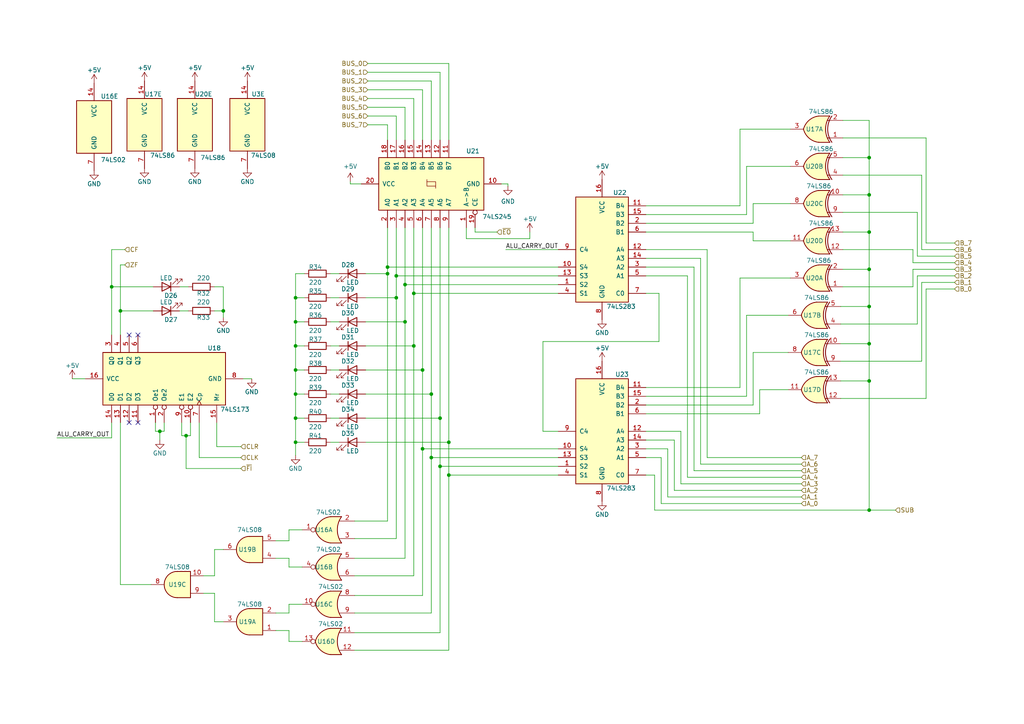
<source format=kicad_sch>
(kicad_sch (version 20230121) (generator eeschema)
  (paper "A4")
  (lib_symbols
    (symbol "74xx:74LS02" (pin_names (offset 1.016))
      (property "Reference" "U" (at 0 1.27 0))
      (property "Value" "74LS02" (at 0 -1.27 0))
      (symbol "74LS02_1_1"
        (pin output inverted (at 7.62 0 180) (length 3.81) (name "~") (number "1"))
        (pin input line (at -7.62 2.54 0) (length 4.318) (name "~") (number "2"))
        (pin input line (at -7.62 -2.54 0) (length 4.318) (name "~") (number "3"))
      )
      (symbol "74LS02_1_2"
        (pin output line (at 7.62 0 180) (length 3.81) (name "~") (number "1"))
        (pin input inverted (at -7.62 2.54 0) (length 3.81) (name "~") (number "2"))
        (pin input inverted (at -7.62 -2.54 0) (length 3.81) (name "~") (number "3"))
      )
      (symbol "74LS02_2_1"
        (pin output inverted (at 7.62 0 180) (length 3.81) (name "~") (number "4"))
        (pin input line (at -7.62 2.54 0) (length 4.318) (name "~") (number "5"))
        (pin input line (at -7.62 -2.54 0) (length 4.318) (name "~") (number "6"))
      )
      (symbol "74LS02_2_2"
        (pin output line (at 7.62 0 180) (length 3.81) (name "~") (number "4"))
        (pin input inverted (at -7.62 2.54 0) (length 3.81) (name "~") (number "5"))
        (pin input inverted (at -7.62 -2.54 0) (length 3.81) (name "~") (number "6"))
      )
      (symbol "74LS02_3_1"
        (pin output inverted (at 7.62 0 180) (length 3.81) (name "~") (number "10"))
        (pin input line (at -7.62 2.54 0) (length 4.318) (name "~") (number "8"))
        (pin input line (at -7.62 -2.54 0) (length 4.318) (name "~") (number "9"))
      )
      (symbol "74LS02_3_2"
        (pin output line (at 7.62 0 180) (length 3.81) (name "~") (number "10"))
        (pin input inverted (at -7.62 2.54 0) (length 3.81) (name "~") (number "8"))
        (pin input inverted (at -7.62 -2.54 0) (length 3.81) (name "~") (number "9"))
      )
      (symbol "74LS02_4_1"
        (pin input line (at -7.62 2.54 0) (length 4.318) (name "~") (number "11"))
        (pin input line (at -7.62 -2.54 0) (length 4.318) (name "~") (number "12"))
        (pin output inverted (at 7.62 0 180) (length 3.81) (name "~") (number "13"))
      )
      (symbol "74LS02_4_2"
        (pin input inverted (at -7.62 2.54 0) (length 3.81) (name "~") (number "11"))
        (pin input inverted (at -7.62 -2.54 0) (length 3.81) (name "~") (number "12"))
        (pin output line (at 7.62 0 180) (length 3.81) (name "~") (number "13"))
      )
      (symbol "74LS02_5_0"
        (pin power_in line (at 0 12.7 270) (length 5.08) (name "VCC") (number "14"))
        (pin power_in line (at 0 -12.7 90) (length 5.08) (name "GND") (number "7"))
      )
    )
    (symbol "74xx:74LS08" (pin_names (offset 1.016))
      (property "Reference" "U" (at 0 1.27 0))
      (property "Value" "74LS08" (at 0 -1.27 0))
      (symbol "74LS08_1_1"
        (pin input line (at -7.62 2.54 0) (length 3.81) (name "~") (number "1"))
        (pin input line (at -7.62 -2.54 0) (length 3.81) (name "~") (number "2"))
        (pin output line (at 7.62 0 180) (length 3.81) (name "~") (number "3"))
      )
      (symbol "74LS08_1_2"
        (pin input inverted (at -7.62 2.54 0) (length 4.318) (name "~") (number "1"))
        (pin input inverted (at -7.62 -2.54 0) (length 4.318) (name "~") (number "2"))
        (pin output inverted (at 7.62 0 180) (length 3.81) (name "~") (number "3"))
      )
      (symbol "74LS08_2_1"
        (pin input line (at -7.62 2.54 0) (length 3.81) (name "~") (number "4"))
        (pin input line (at -7.62 -2.54 0) (length 3.81) (name "~") (number "5"))
        (pin output line (at 7.62 0 180) (length 3.81) (name "~") (number "6"))
      )
      (symbol "74LS08_2_2"
        (pin input inverted (at -7.62 2.54 0) (length 4.318) (name "~") (number "4"))
        (pin input inverted (at -7.62 -2.54 0) (length 4.318) (name "~") (number "5"))
        (pin output inverted (at 7.62 0 180) (length 3.81) (name "~") (number "6"))
      )
      (symbol "74LS08_3_1"
        (pin input line (at -7.62 -2.54 0) (length 3.81) (name "~") (number "10"))
        (pin output line (at 7.62 0 180) (length 3.81) (name "~") (number "8"))
        (pin input line (at -7.62 2.54 0) (length 3.81) (name "~") (number "9"))
      )
      (symbol "74LS08_3_2"
        (pin input inverted (at -7.62 -2.54 0) (length 4.318) (name "~") (number "10"))
        (pin output inverted (at 7.62 0 180) (length 3.81) (name "~") (number "8"))
        (pin input inverted (at -7.62 2.54 0) (length 4.318) (name "~") (number "9"))
      )
      (symbol "74LS08_4_1"
        (pin output line (at 7.62 0 180) (length 3.81) (name "~") (number "11"))
        (pin input line (at -7.62 2.54 0) (length 3.81) (name "~") (number "12"))
        (pin input line (at -7.62 -2.54 0) (length 3.81) (name "~") (number "13"))
      )
      (symbol "74LS08_4_2"
        (pin output inverted (at 7.62 0 180) (length 3.81) (name "~") (number "11"))
        (pin input inverted (at -7.62 2.54 0) (length 4.318) (name "~") (number "12"))
        (pin input inverted (at -7.62 -2.54 0) (length 4.318) (name "~") (number "13"))
      )
      (symbol "74LS08_5_0"
        (pin power_in line (at 0 12.7 270) (length 5.08) (name "VCC") (number "14"))
        (pin power_in line (at 0 -12.7 90) (length 5.08) (name "GND") (number "7"))
      )
    )
    (symbol "74xx:74LS173" (pin_names (offset 1.016))
      (property "Reference" "U" (at -7.62 19.05 0))
      (property "Value" "74LS173" (at -7.62 -19.05 0))
      (symbol "74LS173_1_0"
        (pin input inverted (at -12.7 2.54 0) (length 5.08) (name "Oe1") (number "1"))
        (pin input inverted (at -12.7 -7.62 0) (length 5.08) (name "E2") (number "10"))
        (pin input line (at -12.7 7.62 0) (length 5.08) (name "D3") (number "11"))
        (pin input line (at -12.7 10.16 0) (length 5.08) (name "D2") (number "12"))
        (pin input line (at -12.7 12.7 0) (length 5.08) (name "D1") (number "13"))
        (pin input line (at -12.7 15.24 0) (length 5.08) (name "D0") (number "14"))
        (pin input line (at -12.7 -15.24 0) (length 5.08) (name "Mr") (number "15"))
        (pin power_in line (at 0 22.86 270) (length 5.08) (name "VCC") (number "16"))
        (pin input inverted (at -12.7 0 0) (length 5.08) (name "Oe2") (number "2"))
        (pin tri_state line (at 12.7 15.24 180) (length 5.08) (name "Q0") (number "3"))
        (pin tri_state line (at 12.7 12.7 180) (length 5.08) (name "Q1") (number "4"))
        (pin tri_state line (at 12.7 10.16 180) (length 5.08) (name "Q2") (number "5"))
        (pin tri_state line (at 12.7 7.62 180) (length 5.08) (name "Q3") (number "6"))
        (pin input clock (at -12.7 -10.16 0) (length 5.08) (name "Cp") (number "7"))
        (pin power_in line (at 0 -22.86 90) (length 5.08) (name "GND") (number "8"))
        (pin input inverted (at -12.7 -5.08 0) (length 5.08) (name "E1") (number "9"))
      )
    )
    (symbol "74xx:74LS245" (pin_names (offset 1.016))
      (property "Reference" "U" (at -7.62 16.51 0))
      (property "Value" "74LS245" (at -7.62 -16.51 0))
      (symbol "74LS245_1_0"
        (pin input line (at -12.7 -10.16 0) (length 5.08) (name "A->B") (number "1"))
        (pin power_in line (at 0 -20.32 90) (length 5.08) (name "GND") (number "10"))
        (pin tri_state line (at 12.7 -5.08 180) (length 5.08) (name "B7") (number "11"))
        (pin tri_state line (at 12.7 -2.54 180) (length 5.08) (name "B6") (number "12"))
        (pin tri_state line (at 12.7 0 180) (length 5.08) (name "B5") (number "13"))
        (pin tri_state line (at 12.7 2.54 180) (length 5.08) (name "B4") (number "14"))
        (pin tri_state line (at 12.7 5.08 180) (length 5.08) (name "B3") (number "15"))
        (pin tri_state line (at 12.7 7.62 180) (length 5.08) (name "B2") (number "16"))
        (pin tri_state line (at 12.7 10.16 180) (length 5.08) (name "B1") (number "17"))
        (pin tri_state line (at 12.7 12.7 180) (length 5.08) (name "B0") (number "18"))
        (pin input inverted (at -12.7 -12.7 0) (length 5.08) (name "CE") (number "19"))
        (pin tri_state line (at -12.7 12.7 0) (length 5.08) (name "A0") (number "2"))
        (pin power_in line (at 0 20.32 270) (length 5.08) (name "VCC") (number "20"))
        (pin tri_state line (at -12.7 10.16 0) (length 5.08) (name "A1") (number "3"))
        (pin tri_state line (at -12.7 7.62 0) (length 5.08) (name "A2") (number "4"))
        (pin tri_state line (at -12.7 5.08 0) (length 5.08) (name "A3") (number "5"))
        (pin tri_state line (at -12.7 2.54 0) (length 5.08) (name "A4") (number "6"))
        (pin tri_state line (at -12.7 0 0) (length 5.08) (name "A5") (number "7"))
        (pin tri_state line (at -12.7 -2.54 0) (length 5.08) (name "A6") (number "8"))
        (pin tri_state line (at -12.7 -5.08 0) (length 5.08) (name "A7") (number "9"))
      )
    )
    (symbol "74xx:74LS283" (pin_names (offset 1.016))
      (property "Reference" "U?" (at 0.5206 20.955 0))
      (property "Value" "74LS283" (at 0.5206 18.415 0))
      (symbol "74LS283_1_0"
        (pin output line (at 12.7 10.16 180) (length 5.08) (name "S2") (number "1"))
        (pin output line (at 12.7 5.08 180) (length 5.08) (name "S4") (number "10"))
        (pin input line (at -12.7 -12.7 0) (length 5.08) (name "B4") (number "11"))
        (pin input line (at -12.7 0 0) (length 5.08) (name "A4") (number "12"))
        (pin output line (at 12.7 7.62 180) (length 5.08) (name "S3") (number "13"))
        (pin input line (at -12.7 2.54 0) (length 5.08) (name "A3") (number "14"))
        (pin input line (at -12.7 -10.16 0) (length 5.08) (name "B3") (number "15"))
        (pin power_in line (at 0 -20.32 90) (length 5.08) (name "VCC") (number "16"))
        (pin input line (at -12.7 -7.62 0) (length 5.08) (name "B2") (number "2"))
        (pin input line (at -12.7 5.08 0) (length 5.08) (name "A2") (number "3"))
        (pin output line (at 12.7 12.7 180) (length 5.08) (name "S1") (number "4"))
        (pin input line (at -12.7 7.62 0) (length 5.08) (name "A1") (number "5"))
        (pin input line (at -12.7 -5.08 0) (length 5.08) (name "B1") (number "6"))
        (pin input line (at -12.7 12.7 0) (length 5.08) (name "C0") (number "7"))
        (pin power_in line (at 0 20.32 270) (length 5.08) (name "GND") (number "8"))
        (pin output line (at 12.7 0 180) (length 5.08) (name "C4") (number "9"))
      )
    )
    (symbol "74xx:74LS86" (pin_names (offset 1.016))
      (property "Reference" "U" (at 0 1.27 0))
      (property "Value" "74LS86" (at 0 -1.27 0))
      (symbol "74LS86_1_0"
        (pin input line (at -7.62 2.54 0) (length 4.445) (name "~") (number "1"))
        (pin input line (at -7.62 -2.54 0) (length 4.445) (name "~") (number "2"))
        (pin output line (at 7.62 0 180) (length 3.81) (name "~") (number "3"))
      )
      (symbol "74LS86_2_0"
        (pin input line (at -7.62 2.54 0) (length 4.445) (name "~") (number "4"))
        (pin input line (at -7.62 -2.54 0) (length 4.445) (name "~") (number "5"))
        (pin output line (at 7.62 0 180) (length 3.81) (name "~") (number "6"))
      )
      (symbol "74LS86_3_0"
        (pin input line (at -7.62 -2.54 0) (length 4.445) (name "~") (number "10"))
        (pin output line (at 7.62 0 180) (length 3.81) (name "~") (number "8"))
        (pin input line (at -7.62 2.54 0) (length 4.445) (name "~") (number "9"))
      )
      (symbol "74LS86_4_0"
        (pin output line (at 7.62 0 180) (length 3.81) (name "~") (number "11"))
        (pin input line (at -7.62 2.54 0) (length 4.445) (name "~") (number "12"))
        (pin input line (at -7.62 -2.54 0) (length 4.445) (name "~") (number "13"))
      )
      (symbol "74LS86_5_0"
        (pin power_in line (at 0 12.7 270) (length 5.08) (name "VCC") (number "14"))
        (pin power_in line (at 0 -12.7 90) (length 5.08) (name "GND") (number "7"))
      )
    )
    (symbol "Device:LED" (pin_numbers hide) (pin_names (offset 1.016) hide)
      (property "Reference" "D" (at 0 2.54 0))
      (property "Value" "LED" (at 0 -2.54 0))
      (symbol "LED_1_1"
        (pin passive line (at -3.81 0 0) (length 2.54) (name "K") (number "1"))
        (pin passive line (at 3.81 0 180) (length 2.54) (name "A") (number "2"))
      )
    )
    (symbol "Device:R" (pin_numbers hide) (pin_names (offset 0))
      (property "Reference" "R" (at 2.032 0 90))
      (property "Value" "R" (at 0 0 90))
      (symbol "R_1_1"
        (pin passive line (at 0 3.81 270) (length 1.27) (name "~") (number "1"))
        (pin passive line (at 0 -3.81 90) (length 1.27) (name "~") (number "2"))
      )
    )
    (symbol "power:+5V" (power) (pin_names (offset 0))
      (property "Value" "+5V" (at 0 3.556 0))
      (symbol "+5V_1_1"
        (pin power_in line (at 0 0 90) (length 0) hide (name "+5V") (number "1"))
      )
    )
    (symbol "power:GND" (power) (pin_names (offset 0))
      (property "Value" "GND" (at 0 -3.81 0))
      (symbol "GND_1_1"
        (pin power_in line (at 0 0 270) (length 0) hide (name "GND") (number "1"))
      )
    )
  )
  (junction (at 46.355 125.095))
  (junction (at 125.095 132.715))
  (junction (at 130.175 128.27))
  (junction (at 117.475 93.345))
  (junction (at 85.725 121.285))
  (junction (at 127.635 135.255))
  (junction (at 125.095 114.3))
  (junction (at 252.095 147.955))
  (junction (at 32.385 83.185))
  (junction (at 252.095 56.515))
  (junction (at 130.175 137.795))
  (junction (at 252.095 88.9))
  (junction (at 85.725 114.3))
  (junction (at 112.395 79.375))
  (junction (at 122.555 107.315))
  (junction (at 85.725 128.27))
  (junction (at 64.77 90.17))
  (junction (at 127.635 121.285))
  (junction (at 252.095 110.49))
  (junction (at 252.095 78.105))
  (junction (at 53.975 126.365))
  (junction (at 122.555 130.175))
  (junction (at 117.475 82.55))
  (junction (at 112.395 77.47))
  (junction (at 114.935 80.01))
  (junction (at 85.725 93.345))
  (junction (at 85.725 86.36))
  (junction (at 252.095 45.72))
  (junction (at 85.725 100.33))
  (junction (at 252.095 99.695))
  (junction (at 252.095 67.31))
  (junction (at 85.725 107.315))
  (junction (at 120.015 85.09))
  (junction (at 114.935 86.36))
  (junction (at 34.925 90.17))
  (junction (at 120.015 100.33))
  (no_connect (at 40.005 122.555))
  (no_connect (at 40.005 97.155))
  (no_connect (at 37.465 97.155))
  (no_connect (at 37.465 122.555))
  (wire (pts (xy 62.865 122.555) (xy 62.865 129.54)))
  (wire (pts (xy 252.095 56.515) (xy 252.095 45.72)))
  (wire (pts (xy 220.345 113.03) (xy 220.345 120.015)))
  (wire (pts (xy 62.865 129.54) (xy 69.85 129.54)))
  (wire (pts (xy 52.07 83.185) (xy 54.61 83.185)))
  (wire (pts (xy 64.77 92.075) (xy 64.77 90.17)))
  (wire (pts (xy 98.425 93.345) (xy 95.885 93.345)))
  (wire (pts (xy 102.87 188.595) (xy 130.175 188.595)))
  (wire (pts (xy 85.725 93.345) (xy 85.725 100.33)))
  (wire (pts (xy 267.335 104.775) (xy 267.335 81.915)))
  (wire (pts (xy 244.475 45.72) (xy 252.095 45.72)))
  (wire (pts (xy 112.395 36.195) (xy 112.395 40.64)))
  (wire (pts (xy 98.425 86.36) (xy 95.885 86.36)))
  (wire (pts (xy 266.065 74.295) (xy 276.86 74.295)))
  (wire (pts (xy 216.535 48.26) (xy 216.535 62.23)))
  (wire (pts (xy 85.725 93.345) (xy 88.265 93.345)))
  (wire (pts (xy 191.77 146.05) (xy 191.77 132.715)))
  (wire (pts (xy 193.675 130.175) (xy 193.675 144.145)))
  (wire (pts (xy 98.425 128.27) (xy 95.885 128.27)))
  (wire (pts (xy 122.555 172.72) (xy 122.555 130.175)))
  (wire (pts (xy 125.095 23.495) (xy 125.095 40.64)))
  (wire (pts (xy 88.265 79.375) (xy 85.725 79.375)))
  (wire (pts (xy 243.84 104.775) (xy 267.335 104.775)))
  (wire (pts (xy 243.84 88.9) (xy 252.095 88.9)))
  (wire (pts (xy 101.6 53.34) (xy 104.775 53.34)))
  (wire (pts (xy 112.395 77.47) (xy 112.395 66.04)))
  (wire (pts (xy 85.725 100.33) (xy 85.725 107.315)))
  (wire (pts (xy 191.135 85.09) (xy 187.325 85.09)))
  (wire (pts (xy 120.015 167.005) (xy 120.015 100.33)))
  (wire (pts (xy 83.82 177.8) (xy 80.01 177.8)))
  (wire (pts (xy 85.725 132.08) (xy 85.725 128.27)))
  (wire (pts (xy 112.395 151.13) (xy 112.395 79.375)))
  (wire (pts (xy 120.015 28.575) (xy 120.015 40.64)))
  (wire (pts (xy 85.725 114.3) (xy 85.725 121.285)))
  (wire (pts (xy 127.635 121.285) (xy 127.635 135.255)))
  (wire (pts (xy 117.475 93.345) (xy 117.475 82.55)))
  (wire (pts (xy 199.39 80.01) (xy 187.325 80.01)))
  (wire (pts (xy 87.63 175.26) (xy 83.82 175.26)))
  (wire (pts (xy 64.77 83.185) (xy 62.23 83.185)))
  (wire (pts (xy 101.6 52.705) (xy 101.6 53.34)))
  (wire (pts (xy 191.77 132.715) (xy 187.325 132.715)))
  (wire (pts (xy 106.045 93.345) (xy 117.475 93.345)))
  (wire (pts (xy 117.475 31.115) (xy 117.475 40.64)))
  (wire (pts (xy 36.195 72.39) (xy 32.385 72.39)))
  (wire (pts (xy 59.055 167.005) (xy 62.23 167.005)))
  (wire (pts (xy 53.975 126.365) (xy 55.245 126.365)))
  (wire (pts (xy 218.44 64.77) (xy 218.44 59.055)))
  (wire (pts (xy 187.325 117.475) (xy 218.44 117.475)))
  (wire (pts (xy 264.795 83.185) (xy 264.795 78.105)))
  (wire (pts (xy 264.795 76.2) (xy 276.86 76.2)))
  (wire (pts (xy 244.475 83.185) (xy 264.795 83.185)))
  (wire (pts (xy 127.635 135.255) (xy 161.925 135.255)))
  (wire (pts (xy 252.095 67.31) (xy 252.095 56.515)))
  (wire (pts (xy 117.475 66.04) (xy 117.475 82.55)))
  (wire (pts (xy 214.63 80.645) (xy 229.235 80.645)))
  (wire (pts (xy 102.87 161.925) (xy 117.475 161.925)))
  (wire (pts (xy 112.395 79.375) (xy 112.395 77.47)))
  (wire (pts (xy 243.84 99.695) (xy 252.095 99.695)))
  (wire (pts (xy 130.175 188.595) (xy 130.175 137.795)))
  (wire (pts (xy 106.045 121.285) (xy 127.635 121.285)))
  (wire (pts (xy 228.6 113.03) (xy 220.345 113.03)))
  (wire (pts (xy 187.325 125.095) (xy 197.485 125.095)))
  (wire (pts (xy 87.63 186.055) (xy 83.82 186.055)))
  (wire (pts (xy 114.935 80.01) (xy 161.925 80.01)))
  (wire (pts (xy 98.425 114.3) (xy 95.885 114.3)))
  (wire (pts (xy 244.475 56.515) (xy 252.095 56.515)))
  (wire (pts (xy 98.425 121.285) (xy 95.885 121.285)))
  (wire (pts (xy 83.82 156.845) (xy 83.82 153.67)))
  (wire (pts (xy 85.725 121.285) (xy 85.725 128.27)))
  (wire (pts (xy 130.175 137.795) (xy 161.925 137.795)))
  (wire (pts (xy 267.335 50.8) (xy 267.335 72.39)))
  (wire (pts (xy 62.23 167.005) (xy 62.23 159.385)))
  (wire (pts (xy 62.23 180.34) (xy 62.23 172.085)))
  (wire (pts (xy 216.535 114.935) (xy 187.325 114.935)))
  (wire (pts (xy 147.32 53.34) (xy 147.32 53.975)))
  (wire (pts (xy 157.48 125.095) (xy 157.48 99.06)))
  (wire (pts (xy 187.325 112.395) (xy 214.63 112.395)))
  (wire (pts (xy 98.425 100.33) (xy 95.885 100.33)))
  (wire (pts (xy 157.48 99.06) (xy 191.135 99.06)))
  (wire (pts (xy 214.63 37.465) (xy 214.63 59.69)))
  (wire (pts (xy 125.095 132.715) (xy 161.925 132.715)))
  (wire (pts (xy 120.015 66.04) (xy 120.015 85.09)))
  (wire (pts (xy 52.705 126.365) (xy 53.975 126.365)))
  (wire (pts (xy 69.85 135.89) (xy 53.975 135.89)))
  (wire (pts (xy 203.2 74.93) (xy 203.2 134.62)))
  (wire (pts (xy 153.67 69.215) (xy 153.67 67.31)))
  (wire (pts (xy 64.77 90.17) (xy 64.77 83.185)))
  (wire (pts (xy 268.605 83.82) (xy 276.86 83.82)))
  (wire (pts (xy 205.105 132.715) (xy 205.105 72.39)))
  (wire (pts (xy 34.925 97.155) (xy 34.925 90.17)))
  (wire (pts (xy 36.195 76.835) (xy 34.925 76.835)))
  (wire (pts (xy 83.82 182.88) (xy 80.01 182.88)))
  (wire (pts (xy 161.925 125.095) (xy 157.48 125.095)))
  (wire (pts (xy 117.475 82.55) (xy 161.925 82.55)))
  (wire (pts (xy 232.41 132.715) (xy 205.105 132.715)))
  (wire (pts (xy 102.87 177.8) (xy 125.095 177.8)))
  (wire (pts (xy 45.085 122.555) (xy 45.085 125.095)))
  (wire (pts (xy 125.095 114.3) (xy 125.095 132.715)))
  (wire (pts (xy 232.41 138.43) (xy 199.39 138.43)))
  (wire (pts (xy 244.475 72.39) (xy 264.795 72.39)))
  (wire (pts (xy 252.095 78.105) (xy 252.095 67.31)))
  (wire (pts (xy 146.685 72.39) (xy 161.925 72.39)))
  (wire (pts (xy 83.82 186.055) (xy 83.82 182.88)))
  (wire (pts (xy 102.87 172.72) (xy 122.555 172.72)))
  (wire (pts (xy 20.955 109.855) (xy 24.765 109.855)))
  (wire (pts (xy 193.675 144.145) (xy 232.41 144.145)))
  (wire (pts (xy 252.095 88.9) (xy 252.095 78.105)))
  (wire (pts (xy 199.39 138.43) (xy 199.39 80.01)))
  (wire (pts (xy 187.325 137.795) (xy 189.865 137.795)))
  (wire (pts (xy 266.065 80.01) (xy 276.86 80.01)))
  (wire (pts (xy 34.925 169.545) (xy 43.815 169.545)))
  (wire (pts (xy 243.84 110.49) (xy 252.095 110.49)))
  (wire (pts (xy 122.555 107.315) (xy 122.555 130.175)))
  (wire (pts (xy 34.925 90.17) (xy 44.45 90.17)))
  (wire (pts (xy 214.63 112.395) (xy 214.63 80.645)))
  (wire (pts (xy 98.425 107.315) (xy 95.885 107.315)))
  (wire (pts (xy 83.82 164.465) (xy 83.82 161.925)))
  (wire (pts (xy 122.555 26.035) (xy 122.555 40.64)))
  (wire (pts (xy 106.045 86.36) (xy 114.935 86.36)))
  (wire (pts (xy 130.175 128.27) (xy 130.175 137.795)))
  (wire (pts (xy 69.85 132.715) (xy 57.785 132.715)))
  (wire (pts (xy 130.175 66.04) (xy 130.175 128.27)))
  (wire (pts (xy 83.82 175.26) (xy 83.82 177.8)))
  (wire (pts (xy 259.715 147.955) (xy 252.095 147.955)))
  (wire (pts (xy 62.23 159.385) (xy 64.77 159.385)))
  (wire (pts (xy 85.725 79.375) (xy 85.725 86.36)))
  (wire (pts (xy 218.44 69.85) (xy 218.44 67.31)))
  (wire (pts (xy 145.415 53.34) (xy 147.32 53.34)))
  (wire (pts (xy 120.015 100.33) (xy 120.015 85.09)))
  (wire (pts (xy 106.045 100.33) (xy 120.015 100.33)))
  (wire (pts (xy 47.625 125.095) (xy 47.625 122.555)))
  (wire (pts (xy 106.68 33.655) (xy 114.935 33.655)))
  (wire (pts (xy 267.335 72.39) (xy 276.86 72.39)))
  (wire (pts (xy 201.295 136.525) (xy 201.295 77.47)))
  (wire (pts (xy 127.635 66.04) (xy 127.635 121.285)))
  (wire (pts (xy 52.705 122.555) (xy 52.705 126.365)))
  (wire (pts (xy 85.725 121.285) (xy 88.265 121.285)))
  (wire (pts (xy 268.605 40.005) (xy 268.605 70.485)))
  (wire (pts (xy 125.095 66.04) (xy 125.095 114.3)))
  (wire (pts (xy 106.68 20.955) (xy 127.635 20.955)))
  (wire (pts (xy 218.44 59.055) (xy 229.235 59.055)))
  (wire (pts (xy 187.325 74.93) (xy 203.2 74.93)))
  (wire (pts (xy 252.095 45.72) (xy 252.095 34.925)))
  (wire (pts (xy 135.255 69.215) (xy 153.67 69.215)))
  (wire (pts (xy 218.44 67.31) (xy 187.325 67.31)))
  (wire (pts (xy 87.63 164.465) (xy 83.82 164.465)))
  (wire (pts (xy 264.795 78.105) (xy 276.86 78.105)))
  (wire (pts (xy 216.535 91.44) (xy 216.535 114.935)))
  (wire (pts (xy 102.87 183.515) (xy 127.635 183.515)))
  (wire (pts (xy 189.865 147.955) (xy 252.095 147.955)))
  (wire (pts (xy 102.87 151.13) (xy 112.395 151.13)))
  (wire (pts (xy 106.68 18.415) (xy 130.175 18.415)))
  (wire (pts (xy 197.485 125.095) (xy 197.485 140.335)))
  (wire (pts (xy 218.44 102.235) (xy 228.6 102.235)))
  (wire (pts (xy 62.23 90.17) (xy 64.77 90.17)))
  (wire (pts (xy 85.725 86.36) (xy 88.265 86.36)))
  (wire (pts (xy 106.68 36.195) (xy 112.395 36.195)))
  (wire (pts (xy 203.2 134.62) (xy 232.41 134.62)))
  (wire (pts (xy 98.425 79.375) (xy 95.885 79.375)))
  (wire (pts (xy 45.085 125.095) (xy 46.355 125.095)))
  (wire (pts (xy 214.63 59.69) (xy 187.325 59.69)))
  (wire (pts (xy 243.84 115.57) (xy 268.605 115.57)))
  (wire (pts (xy 252.095 34.925) (xy 244.475 34.925)))
  (wire (pts (xy 53.975 135.89) (xy 53.975 126.365)))
  (wire (pts (xy 106.045 128.27) (xy 130.175 128.27)))
  (wire (pts (xy 244.475 50.8) (xy 267.335 50.8)))
  (wire (pts (xy 232.41 142.24) (xy 195.58 142.24)))
  (wire (pts (xy 266.065 93.98) (xy 266.065 80.01)))
  (wire (pts (xy 88.265 100.33) (xy 85.725 100.33)))
  (wire (pts (xy 189.865 137.795) (xy 189.865 147.955)))
  (wire (pts (xy 106.68 31.115) (xy 117.475 31.115)))
  (wire (pts (xy 32.385 83.185) (xy 32.385 97.155)))
  (wire (pts (xy 114.935 66.04) (xy 114.935 80.01)))
  (wire (pts (xy 243.84 93.98) (xy 266.065 93.98)))
  (wire (pts (xy 197.485 140.335) (xy 232.41 140.335)))
  (wire (pts (xy 229.235 37.465) (xy 214.63 37.465)))
  (wire (pts (xy 228.6 91.44) (xy 216.535 91.44)))
  (wire (pts (xy 64.77 180.34) (xy 62.23 180.34)))
  (wire (pts (xy 80.01 156.845) (xy 83.82 156.845)))
  (wire (pts (xy 205.105 72.39) (xy 187.325 72.39)))
  (wire (pts (xy 114.935 86.36) (xy 114.935 80.01)))
  (wire (pts (xy 268.605 70.485) (xy 276.86 70.485)))
  (wire (pts (xy 244.475 40.005) (xy 268.605 40.005)))
  (wire (pts (xy 32.385 127) (xy 32.385 122.555)))
  (wire (pts (xy 62.23 172.085) (xy 59.055 172.085)))
  (wire (pts (xy 34.925 76.835) (xy 34.925 90.17)))
  (wire (pts (xy 57.785 132.715) (xy 57.785 122.555)))
  (wire (pts (xy 125.095 177.8) (xy 125.095 132.715)))
  (wire (pts (xy 106.045 79.375) (xy 112.395 79.375)))
  (wire (pts (xy 137.795 66.04) (xy 137.795 67.31)))
  (wire (pts (xy 229.235 48.26) (xy 216.535 48.26)))
  (wire (pts (xy 232.41 146.05) (xy 191.77 146.05)))
  (wire (pts (xy 216.535 62.23) (xy 187.325 62.23)))
  (wire (pts (xy 195.58 127.635) (xy 187.325 127.635)))
  (wire (pts (xy 127.635 20.955) (xy 127.635 40.64)))
  (wire (pts (xy 102.87 156.21) (xy 114.935 156.21)))
  (wire (pts (xy 252.095 110.49) (xy 252.095 99.695)))
  (wire (pts (xy 85.725 86.36) (xy 85.725 93.345)))
  (wire (pts (xy 46.355 125.095) (xy 47.625 125.095)))
  (wire (pts (xy 83.82 153.67) (xy 87.63 153.67)))
  (wire (pts (xy 85.725 107.315) (xy 85.725 114.3)))
  (wire (pts (xy 106.045 114.3) (xy 125.095 114.3)))
  (wire (pts (xy 195.58 142.24) (xy 195.58 127.635)))
  (wire (pts (xy 114.935 156.21) (xy 114.935 86.36)))
  (wire (pts (xy 252.095 147.955) (xy 252.095 110.49)))
  (wire (pts (xy 161.925 77.47) (xy 112.395 77.47)))
  (wire (pts (xy 187.325 64.77) (xy 218.44 64.77)))
  (wire (pts (xy 46.355 125.095) (xy 46.355 127.635)))
  (wire (pts (xy 201.295 77.47) (xy 187.325 77.47)))
  (wire (pts (xy 127.635 183.515) (xy 127.635 135.255)))
  (wire (pts (xy 52.07 90.17) (xy 54.61 90.17)))
  (wire (pts (xy 102.87 167.005) (xy 120.015 167.005)))
  (wire (pts (xy 83.82 161.925) (xy 80.01 161.925)))
  (wire (pts (xy 268.605 115.57) (xy 268.605 83.82)))
  (wire (pts (xy 137.795 67.31) (xy 144.145 67.31)))
  (wire (pts (xy 122.555 66.04) (xy 122.555 107.315)))
  (wire (pts (xy 135.255 66.04) (xy 135.255 69.215)))
  (wire (pts (xy 34.925 169.545) (xy 34.925 122.555)))
  (wire (pts (xy 117.475 161.925) (xy 117.475 93.345)))
  (wire (pts (xy 266.065 61.595) (xy 266.065 74.295)))
  (wire (pts (xy 191.135 99.06) (xy 191.135 85.09)))
  (wire (pts (xy 187.325 130.175) (xy 193.675 130.175)))
  (wire (pts (xy 44.45 83.185) (xy 32.385 83.185)))
  (wire (pts (xy 244.475 67.31) (xy 252.095 67.31)))
  (wire (pts (xy 106.045 107.315) (xy 122.555 107.315)))
  (wire (pts (xy 244.475 61.595) (xy 266.065 61.595)))
  (wire (pts (xy 232.41 136.525) (xy 201.295 136.525)))
  (wire (pts (xy 264.795 72.39) (xy 264.795 76.2)))
  (wire (pts (xy 32.385 72.39) (xy 32.385 83.185)))
  (wire (pts (xy 252.095 99.695) (xy 252.095 88.9)))
  (wire (pts (xy 85.725 107.315) (xy 88.265 107.315)))
  (wire (pts (xy 187.325 120.015) (xy 220.345 120.015)))
  (wire (pts (xy 106.68 26.035) (xy 122.555 26.035)))
  (wire (pts (xy 229.235 69.85) (xy 218.44 69.85)))
  (wire (pts (xy 130.175 18.415) (xy 130.175 40.64)))
  (wire (pts (xy 106.68 28.575) (xy 120.015 28.575)))
  (wire (pts (xy 73.025 109.855) (xy 70.485 109.855)))
  (wire (pts (xy 120.015 85.09) (xy 161.925 85.09)))
  (wire (pts (xy 85.725 128.27) (xy 88.265 128.27)))
  (wire (pts (xy 267.335 81.915) (xy 276.86 81.915)))
  (wire (pts (xy 122.555 130.175) (xy 161.925 130.175)))
  (wire (pts (xy 16.51 127) (xy 32.385 127)))
  (wire (pts (xy 114.935 33.655) (xy 114.935 40.64)))
  (wire (pts (xy 55.245 126.365) (xy 55.245 122.555)))
  (wire (pts (xy 218.44 117.475) (xy 218.44 102.235)))
  (wire (pts (xy 85.725 114.3) (xy 88.265 114.3)))
  (wire (pts (xy 106.68 23.495) (xy 125.095 23.495)))
  (wire (pts (xy 244.475 78.105) (xy 252.095 78.105)))
  (label "ALU_CARRY_OUT" (at 16.51 127 0))
  (label "ALU_CARRY_OUT" (at 146.685 72.39 0))
  (hierarchical_label "A_5" (shape input) (at 232.41 136.525 0))
  (hierarchical_label "A_4" (shape input) (at 232.41 138.43 0))
  (hierarchical_label "BUS_3" (shape input) (at 106.68 26.035 180))
  (hierarchical_label "~{FI}" (shape input) (at 69.85 135.89 0))
  (hierarchical_label "B_6" (shape input) (at 276.86 72.39 0))
  (hierarchical_label "B_5" (shape input) (at 276.86 74.295 0))
  (hierarchical_label "BUS_0" (shape input) (at 106.68 18.415 180))
  (hierarchical_label "CF" (shape input) (at 36.195 72.39 0))
  (hierarchical_label "B_7" (shape input) (at 276.86 70.485 0))
  (hierarchical_label "A_6" (shape input) (at 232.41 134.62 0))
  (hierarchical_label "A_1" (shape input) (at 232.41 144.145 0))
  (hierarchical_label "BUS_2" (shape input) (at 106.68 23.495 180))
  (hierarchical_label "BUS_4" (shape input) (at 106.68 28.575 180))
  (hierarchical_label "B_3" (shape input) (at 276.86 78.105 0))
  (hierarchical_label "A_2" (shape input) (at 232.41 142.24 0))
  (hierarchical_label "SUB" (shape input) (at 259.715 147.955 0))
  (hierarchical_label "BUS_5" (shape input) (at 106.68 31.115 180))
  (hierarchical_label "BUS_6" (shape input) (at 106.68 33.655 180))
  (hierarchical_label "B_2" (shape input) (at 276.86 80.01 0))
  (hierarchical_label "BUS_1" (shape input) (at 106.68 20.955 180))
  (hierarchical_label "ZF" (shape input) (at 36.195 76.835 0))
  (hierarchical_label "CLK" (shape input) (at 69.85 132.715 0))
  (hierarchical_label "B_1" (shape input) (at 276.86 81.915 0))
  (hierarchical_label "B_4" (shape input) (at 276.86 76.2 0))
  (hierarchical_label "~{EO}" (shape input) (at 144.145 67.31 0))
  (hierarchical_label "A_7" (shape input) (at 232.41 132.715 0))
  (hierarchical_label "A_3" (shape input) (at 232.41 140.335 0))
  (hierarchical_label "CLR" (shape input) (at 69.85 129.54 0))
  (hierarchical_label "A_0" (shape input) (at 232.41 146.05 0))
  (hierarchical_label "BUS_7" (shape input) (at 106.68 36.195 180))
  (hierarchical_label "B_0" (shape input) (at 276.86 83.82 0))
  (symbol (lib_id "Device:R") (at 92.075 121.285 270) (unit 1)
    (property "Reference" "R40" (at 89.535 119.38 90) (effects (justify left)))
    (property "Value" "220" (at 89.535 123.825 90) (effects (justify left)))
  )
  (symbol (lib_id "Device:R") (at 92.075 79.375 270) (unit 1)
    (property "Reference" "R34" (at 89.535 77.47 90) (effects (justify left)))
    (property "Value" "220" (at 89.535 81.915 90) (effects (justify left)))
  )
  (symbol (lib_id "power:GND") (at 46.355 127.635 0) (unit 1)
    (property "Reference" "#PWR0137" (effects hide))
    (property "Value" "GND" (at 46.355 131.445 0))
  )
  (symbol (lib_id "power:+5V") (at 174.625 104.775 0) (unit 1)
    (property "Reference" "#PWR0156" (effects hide))
    (property "Value" "+5V" (at 174.625 100.965 0))
  )
  (symbol (lib_id "74xx:74LS02") (at 95.25 186.055 0) (mirror y) (unit 4)
    (property "Reference" "U16" (at 94.615 186.055 0))
    (property "Value" "74LS02" (at 95.885 180.975 0))
    (property "Datasheet" "http://www.ti.com/lit/gpn/sn74ls02" (effects hide))
  )
  (symbol (lib_id "power:GND") (at 73.025 109.855 0) (unit 1)
    (property "Reference" "#PWR0148" (effects hide))
    (property "Value" "GND" (at 73.025 113.665 0))
  )
  (symbol (lib_id "Device:R") (at 92.075 114.3 270) (unit 1)
    (property "Reference" "R39" (at 89.535 112.395 90) (effects (justify left)))
    (property "Value" "220" (at 89.535 116.84 90) (effects (justify left)))
  )
  (symbol (lib_id "Device:R") (at 92.075 93.345 270) (unit 1)
    (property "Reference" "R36" (at 89.535 91.44 90) (effects (justify left)))
    (property "Value" "220" (at 89.535 95.885 90) (effects (justify left)))
  )
  (symbol (lib_id "power:GND") (at 85.725 132.08 0) (unit 1)
    (property "Reference" "#PWR0138" (effects hide))
    (property "Value" "GND" (at 85.725 135.89 0))
  )
  (symbol (lib_id "power:+5V") (at 41.91 23.495 0) (unit 1)
    (property "Reference" "#PWR0144" (effects hide))
    (property "Value" "+5V" (at 41.91 19.685 0))
  )
  (symbol (lib_id "power:GND") (at 174.625 92.71 0) (unit 1)
    (property "Reference" "#PWR0154" (effects hide))
    (property "Value" "GND" (at 174.625 96.52 0))
  )
  (symbol (lib_id "74xx:74LS86") (at 236.22 113.03 180) (unit 4)
    (property "Reference" "U17" (at 235.585 113.03 0))
    (property "Value" "74LS86" (at 236.855 107.95 0))
    (property "Datasheet" "74xx/74ls86.pdf" (effects hide))
  )
  (symbol (lib_id "74xx:74LS86") (at 236.855 80.645 180) (unit 1)
    (property "Reference" "U20" (at 236.22 80.645 0))
    (property "Value" "74LS86" (at 237.49 75.565 0))
    (property "Datasheet" "74xx/74ls86.pdf" (effects hide))
  )
  (symbol (lib_id "74xx:74LS02") (at 27.305 36.83 0) (mirror y) (unit 5)
    (property "Reference" "U16" (at 29.21 27.94 0) (effects (justify right)))
    (property "Value" "74LS02" (at 29.21 46.355 0) (effects (justify right)))
    (property "Datasheet" "http://www.ti.com/lit/gpn/sn74ls02" (effects hide))
  )
  (symbol (lib_id "Device:LED") (at 102.235 121.285 0) (unit 1)
    (property "Reference" "D34" (at 102.87 118.745 0) (effects (justify right)))
    (property "Value" "LED" (at 104.14 123.825 0) (effects (justify right)))
  )
  (symbol (lib_id "power:+5V") (at 153.67 67.31 0) (unit 1)
    (property "Reference" "#PWR0139" (effects hide))
    (property "Value" "+5V" (at 153.67 63.5 0))
  )
  (symbol (lib_id "Device:R") (at 92.075 86.36 270) (unit 1)
    (property "Reference" "R35" (at 89.535 84.455 90) (effects (justify left)))
    (property "Value" "220" (at 89.535 88.9 90) (effects (justify left)))
  )
  (symbol (lib_id "74xx:74LS173") (at 47.625 109.855 90) (unit 1)
    (property "Reference" "U18" (at 64.135 100.965 90) (effects (justify left)))
    (property "Value" "74LS173" (at 72.39 118.745 90) (effects (justify left)))
    (property "Datasheet" "http://www.ti.com/lit/gpn/sn74LS173" (effects hide))
  )
  (symbol (lib_id "74xx:74LS02") (at 95.25 153.67 0) (mirror y) (unit 1)
    (property "Reference" "U16" (at 93.98 153.67 0))
    (property "Value" "74LS02" (at 95.25 148.59 0))
    (property "Datasheet" "http://www.ti.com/lit/gpn/sn74ls02" (effects hide))
  )
  (symbol (lib_id "power:+5V") (at 27.305 24.13 0) (unit 1)
    (property "Reference" "#PWR0145" (effects hide))
    (property "Value" "+5V" (at 27.305 20.32 0))
  )
  (symbol (lib_id "power:GND") (at 147.32 53.975 0) (unit 1)
    (property "Reference" "#PWR0140" (effects hide))
    (property "Value" "GND" (at 147.32 58.42 0))
  )
  (symbol (lib_id "Device:LED") (at 48.26 83.185 180) (unit 1)
    (property "Reference" "D26" (at 47.625 85.725 0) (effects (justify right)))
    (property "Value" "LED" (at 46.355 80.645 0) (effects (justify right)))
  )
  (symbol (lib_id "74xx:74LS02") (at 95.25 164.465 0) (mirror y) (unit 2)
    (property "Reference" "U16" (at 93.98 164.465 0))
    (property "Value" "74LS02" (at 95.25 159.385 0))
    (property "Datasheet" "http://www.ti.com/lit/gpn/sn74ls02" (effects hide))
  )
  (symbol (lib_id "Device:R") (at 92.075 128.27 270) (unit 1)
    (property "Reference" "R41" (at 89.535 126.365 90) (effects (justify left)))
    (property "Value" "220" (at 89.535 130.81 90) (effects (justify left)))
  )
  (symbol (lib_id "power:GND") (at 41.91 48.895 0) (unit 1)
    (property "Reference" "#PWR0143" (effects hide))
    (property "Value" "GND" (at 41.91 52.705 0))
  )
  (symbol (lib_id "power:+5V") (at 20.955 109.855 0) (unit 1)
    (property "Reference" "#PWR0142" (effects hide))
    (property "Value" "+5V" (at 20.955 106.045 0))
  )
  (symbol (lib_id "power:+5V") (at 101.6 52.705 0) (unit 1)
    (property "Reference" "#PWR0141" (effects hide))
    (property "Value" "+5V" (at 101.6 48.26 0))
  )
  (symbol (lib_id "74xx:74LS86") (at 236.22 102.235 180) (unit 3)
    (property "Reference" "U17" (at 235.585 102.235 0))
    (property "Value" "74LS86" (at 236.855 97.155 0))
    (property "Datasheet" "74xx/74ls86.pdf" (effects hide))
  )
  (symbol (lib_id "power:GND") (at 56.515 48.895 0) (unit 1)
    (property "Reference" "#PWR0150" (effects hide))
    (property "Value" "GND" (at 56.515 52.705 0))
  )
  (symbol (lib_id "74xx:74LS02") (at 95.25 175.26 0) (mirror y) (unit 3)
    (property "Reference" "U16" (at 93.98 175.26 0))
    (property "Value" "74LS02" (at 95.885 170.18 0))
    (property "Datasheet" "http://www.ti.com/lit/gpn/sn74ls02" (effects hide))
  )
  (symbol (lib_id "Device:LED") (at 102.235 79.375 0) (unit 1)
    (property "Reference" "D28" (at 102.87 76.835 0) (effects (justify right)))
    (property "Value" "LED" (at 104.14 81.915 0) (effects (justify right)))
  )
  (symbol (lib_id "Device:R") (at 58.42 90.17 90) (unit 1)
    (property "Reference" "R33" (at 60.96 92.075 90) (effects (justify left)))
    (property "Value" "220" (at 60.96 87.63 90) (effects (justify left)))
  )
  (symbol (lib_id "power:GND") (at 64.77 92.075 0) (unit 1)
    (property "Reference" "#PWR0147" (effects hide))
    (property "Value" "GND" (at 64.77 95.885 0))
  )
  (symbol (lib_id "74xx:74LS86") (at 236.22 91.44 180) (unit 2)
    (property "Reference" "U17" (at 235.585 91.44 0))
    (property "Value" "74LS86" (at 236.855 86.36 0))
    (property "Datasheet" "74xx/74ls86.pdf" (effects hide))
  )
  (symbol (lib_id "Device:R") (at 92.075 100.33 270) (unit 1)
    (property "Reference" "R37" (at 89.535 98.425 90) (effects (justify left)))
    (property "Value" "220" (at 89.535 102.87 90) (effects (justify left)))
  )
  (symbol (lib_id "power:GND") (at 174.625 145.415 0) (unit 1)
    (property "Reference" "#PWR0153" (effects hide))
    (property "Value" "GND" (at 174.625 149.225 0))
  )
  (symbol (lib_id "Device:R") (at 92.075 107.315 270) (unit 1)
    (property "Reference" "R38" (at 89.535 105.41 90) (effects (justify left)))
    (property "Value" "220" (at 89.535 109.855 90) (effects (justify left)))
  )
  (symbol (lib_id "74xx:74LS86") (at 236.855 69.85 180) (unit 4)
    (property "Reference" "U20" (at 236.22 69.85 0))
    (property "Value" "74LS86" (at 238.125 64.77 0))
    (property "Datasheet" "74xx/74ls86.pdf" (effects hide))
  )
  (symbol (lib_id "74xx:74LS86") (at 236.855 59.055 180) (unit 3)
    (property "Reference" "U20" (at 236.22 59.055 0))
    (property "Value" "74LS86" (at 237.49 53.975 0))
    (property "Datasheet" "74xx/74ls86.pdf" (effects hide))
  )
  (symbol (lib_id "power:+5V") (at 174.625 52.07 0) (unit 1)
    (property "Reference" "#PWR0155" (effects hide))
    (property "Value" "+5V" (at 174.625 48.26 0))
  )
  (symbol (lib_id "74xx:74LS86") (at 236.855 37.465 180) (unit 1)
    (property "Reference" "U17" (at 236.22 37.465 0))
    (property "Value" "74LS86" (at 238.125 32.385 0))
    (property "Datasheet" "74xx/74ls86.pdf" (effects hide))
  )
  (symbol (lib_id "power:+5V") (at 71.755 23.495 0) (unit 1)
    (property "Reference" "#PWR0151" (effects hide))
    (property "Value" "+5V" (at 71.755 19.685 0))
  )
  (symbol (lib_id "74xx:74LS08") (at 72.39 159.385 180) (unit 2)
    (property "Reference" "U19" (at 71.755 159.385 0))
    (property "Value" "74LS08" (at 72.39 153.67 0))
    (property "Datasheet" "http://www.ti.com/lit/gpn/sn74LS08" (effects hide))
  )
  (symbol (lib_id "74xx:74LS86") (at 56.515 36.195 0) (unit 5)
    (property "Reference" "U20" (at 61.595 27.305 0) (effects (justify right)))
    (property "Value" "74LS86" (at 65.405 45.72 0) (effects (justify right)))
    (property "Datasheet" "74xx/74ls86.pdf" (effects hide))
  )
  (symbol (lib_id "Device:LED") (at 102.235 128.27 0) (unit 1)
    (property "Reference" "D35" (at 102.87 125.73 0) (effects (justify right)))
    (property "Value" "LED" (at 104.14 130.81 0) (effects (justify right)))
  )
  (symbol (lib_id "Device:LED") (at 102.235 107.315 0) (unit 1)
    (property "Reference" "D32" (at 102.87 104.775 0) (effects (justify right)))
    (property "Value" "LED" (at 104.14 109.855 0) (effects (justify right)))
  )
  (symbol (lib_id "Device:LED") (at 102.235 114.3 0) (unit 1)
    (property "Reference" "D33" (at 102.87 111.76 0) (effects (justify right)))
    (property "Value" "LED" (at 104.14 116.84 0) (effects (justify right)))
  )
  (symbol (lib_id "74xx:74LS08") (at 51.435 169.545 180) (unit 3)
    (property "Reference" "U19" (at 51.435 169.545 0))
    (property "Value" "74LS08" (at 51.435 164.465 0))
    (property "Datasheet" "http://www.ti.com/lit/gpn/sn74LS08" (effects hide))
  )
  (symbol (lib_id "74xx:74LS283") (at 174.625 72.39 180) (unit 1)
    (property "Reference" "U22" (at 177.8 55.88 0) (effects (justify right)))
    (property "Value" "74LS283" (at 175.895 88.9 0) (effects (justify right)))
    (property "Datasheet" "http://www.ti.com/lit/gpn/sn74LS283" (effects hide))
  )
  (symbol (lib_id "74xx:74LS245") (at 125.095 53.34 90) (unit 1)
    (property "Reference" "U21" (at 137.16 43.815 90))
    (property "Value" "74LS245" (at 144.145 62.865 90))
    (property "Datasheet" "http://www.ti.com/lit/gpn/sn74LS245" (effects hide))
  )
  (symbol (lib_id "74xx:74LS86") (at 41.91 36.195 0) (unit 5)
    (property "Reference" "U17" (at 46.99 27.305 0) (effects (justify right)))
    (property "Value" "74LS86" (at 50.8 45.085 0) (effects (justify right)))
    (property "Datasheet" "74xx/74ls86.pdf" (effects hide))
  )
  (symbol (lib_id "74xx:74LS86") (at 236.855 48.26 180) (unit 2)
    (property "Reference" "U20" (at 236.22 48.26 0))
    (property "Value" "74LS86" (at 238.125 43.18 0))
    (property "Datasheet" "74xx/74ls86.pdf" (effects hide))
  )
  (symbol (lib_id "power:GND") (at 71.755 48.895 0) (unit 1)
    (property "Reference" "#PWR0152" (effects hide))
    (property "Value" "GND" (at 71.755 52.705 0))
  )
  (symbol (lib_id "74xx:74LS08") (at 72.39 180.34 180) (unit 1)
    (property "Reference" "U19" (at 71.755 180.34 0))
    (property "Value" "74LS08" (at 72.39 175.26 0))
    (property "Datasheet" "http://www.ti.com/lit/gpn/sn74LS08" (effects hide))
  )
  (symbol (lib_id "power:GND") (at 27.305 49.53 0) (unit 1)
    (property "Reference" "#PWR0146" (effects hide))
    (property "Value" "GND" (at 27.305 53.34 0))
  )
  (symbol (lib_id "74xx:74LS283") (at 174.625 125.095 180) (unit 1)
    (property "Reference" "U23" (at 178.435 108.585 0) (effects (justify right)))
    (property "Value" "74LS283" (at 175.895 141.605 0) (effects (justify right)))
    (property "Datasheet" "http://www.ti.com/lit/gpn/sn74LS283" (effects hide))
  )
  (symbol (lib_id "Device:LED") (at 102.235 93.345 0) (unit 1)
    (property "Reference" "D30" (at 102.87 90.805 0) (effects (justify right)))
    (property "Value" "LED" (at 104.14 95.885 0) (effects (justify right)))
  )
  (symbol (lib_id "Device:R") (at 58.42 83.185 90) (unit 1)
    (property "Reference" "R32" (at 60.96 85.09 90) (effects (justify left)))
    (property "Value" "220" (at 60.96 80.645 90) (effects (justify left)))
  )
  (symbol (lib_id "power:+5V") (at 56.515 23.495 0) (unit 1)
    (property "Reference" "#PWR0149" (effects hide))
    (property "Value" "+5V" (at 56.515 19.685 0))
  )
  (symbol (lib_id "Device:LED") (at 102.235 100.33 0) (unit 1)
    (property "Reference" "D31" (at 102.87 97.79 0) (effects (justify right)))
    (property "Value" "LED" (at 104.14 102.87 0) (effects (justify right)))
  )
  (symbol (lib_id "Device:LED") (at 102.235 86.36 0) (unit 1)
    (property "Reference" "D29" (at 102.87 83.82 0) (effects (justify right)))
    (property "Value" "LED" (at 104.14 88.9 0) (effects (justify right)))
  )
  (symbol (lib_id "74xx:74LS08") (at 71.755 36.195 0) (unit 5)
    (property "Reference" "U3" (at 76.835 27.305 0) (effects (justify right)))
    (property "Value" "74LS08" (at 80.01 45.085 0) (effects (justify right)))
    (property "Datasheet" "http://www.ti.com/lit/gpn/sn74LS08" (effects hide))
  )
  (symbol (lib_id "Device:LED") (at 48.26 90.17 180) (unit 1)
    (property "Reference" "D27" (at 47.625 92.71 0) (effects (justify right)))
    (property "Value" "LED" (at 46.355 87.63 0) (effects (justify right)))
  )
)
</source>
